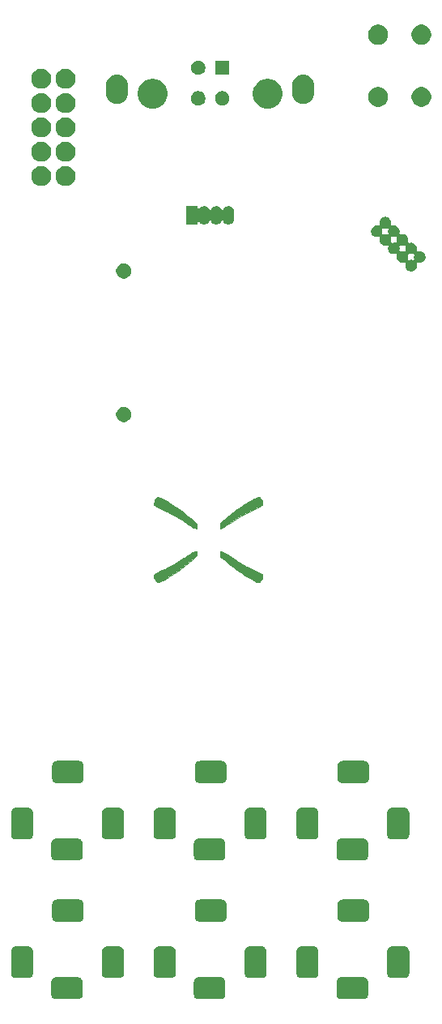
<source format=gbr>
G04 #@! TF.GenerationSoftware,KiCad,Pcbnew,(5.1.2)-2*
G04 #@! TF.CreationDate,2019-12-19T20:27:40-08:00*
G04 #@! TF.ProjectId,mainboard,6d61696e-626f-4617-9264-2e6b69636164,v3*
G04 #@! TF.SameCoordinates,Original*
G04 #@! TF.FileFunction,Soldermask,Bot*
G04 #@! TF.FilePolarity,Negative*
%FSLAX46Y46*%
G04 Gerber Fmt 4.6, Leading zero omitted, Abs format (unit mm)*
G04 Created by KiCad (PCBNEW (5.1.2)-2) date 2019-12-19 20:27:40*
%MOMM*%
%LPD*%
G04 APERTURE LIST*
%ADD10C,0.010000*%
%ADD11C,0.100000*%
G04 APERTURE END LIST*
D10*
G36*
X129698004Y-100619894D02*
G01*
X129615624Y-100682231D01*
X129584325Y-100721537D01*
X129498945Y-100870255D01*
X129426369Y-101046819D01*
X129380152Y-101214488D01*
X129370666Y-101300625D01*
X129378546Y-101348896D01*
X129407504Y-101397528D01*
X129465516Y-101451322D01*
X129560560Y-101515080D01*
X129700610Y-101593602D01*
X129893646Y-101691690D01*
X130147642Y-101814144D01*
X130470576Y-101965766D01*
X130493546Y-101976467D01*
X130785513Y-102113112D01*
X131029741Y-102229881D01*
X131240666Y-102335023D01*
X131432720Y-102436791D01*
X131620338Y-102543435D01*
X131817955Y-102663207D01*
X132040003Y-102804358D01*
X132300918Y-102975138D01*
X132615133Y-103183800D01*
X132672666Y-103222152D01*
X132967045Y-103416588D01*
X133201269Y-103566681D01*
X133384000Y-103677413D01*
X133523897Y-103753766D01*
X133629622Y-103800723D01*
X133709834Y-103823266D01*
X133720416Y-103824878D01*
X133900333Y-103848944D01*
X133900333Y-103349470D01*
X133360583Y-102900207D01*
X132884174Y-102513981D01*
X132400685Y-102141459D01*
X131921731Y-101790751D01*
X131458922Y-101469969D01*
X131023873Y-101187223D01*
X130628195Y-100950625D01*
X130369296Y-100810900D01*
X130126531Y-100694400D01*
X129941620Y-100624631D01*
X129802723Y-100600245D01*
X129698004Y-100619894D01*
X129698004Y-100619894D01*
G37*
X129698004Y-100619894D02*
X129615624Y-100682231D01*
X129584325Y-100721537D01*
X129498945Y-100870255D01*
X129426369Y-101046819D01*
X129380152Y-101214488D01*
X129370666Y-101300625D01*
X129378546Y-101348896D01*
X129407504Y-101397528D01*
X129465516Y-101451322D01*
X129560560Y-101515080D01*
X129700610Y-101593602D01*
X129893646Y-101691690D01*
X130147642Y-101814144D01*
X130470576Y-101965766D01*
X130493546Y-101976467D01*
X130785513Y-102113112D01*
X131029741Y-102229881D01*
X131240666Y-102335023D01*
X131432720Y-102436791D01*
X131620338Y-102543435D01*
X131817955Y-102663207D01*
X132040003Y-102804358D01*
X132300918Y-102975138D01*
X132615133Y-103183800D01*
X132672666Y-103222152D01*
X132967045Y-103416588D01*
X133201269Y-103566681D01*
X133384000Y-103677413D01*
X133523897Y-103753766D01*
X133629622Y-103800723D01*
X133709834Y-103823266D01*
X133720416Y-103824878D01*
X133900333Y-103848944D01*
X133900333Y-103349470D01*
X133360583Y-102900207D01*
X132884174Y-102513981D01*
X132400685Y-102141459D01*
X131921731Y-101790751D01*
X131458922Y-101469969D01*
X131023873Y-101187223D01*
X130628195Y-100950625D01*
X130369296Y-100810900D01*
X130126531Y-100694400D01*
X129941620Y-100624631D01*
X129802723Y-100600245D01*
X129698004Y-100619894D01*
G36*
X140282747Y-100610229D02*
G01*
X140280190Y-100610571D01*
X140103643Y-100657518D01*
X139870791Y-100756128D01*
X139588622Y-100901829D01*
X139264126Y-101090052D01*
X138904291Y-101316225D01*
X138516107Y-101575777D01*
X138106562Y-101864136D01*
X137682647Y-102176733D01*
X137251348Y-102508995D01*
X136819656Y-102856353D01*
X136718406Y-102940095D01*
X136340312Y-103254496D01*
X136334219Y-103555748D01*
X136334365Y-103702106D01*
X136340422Y-103807445D01*
X136351112Y-103851081D01*
X136352479Y-103851235D01*
X136408866Y-103839679D01*
X136478113Y-103826334D01*
X136539794Y-103798186D01*
X136660856Y-103728881D01*
X136830745Y-103624986D01*
X137038907Y-103493069D01*
X137274790Y-103339697D01*
X137494113Y-103194076D01*
X137770598Y-103010713D01*
X138023600Y-102848003D01*
X138265686Y-102699016D01*
X138509420Y-102556819D01*
X138767367Y-102414479D01*
X139052094Y-102265065D01*
X139376164Y-102101645D01*
X139752143Y-101917287D01*
X140192596Y-101705060D01*
X140196969Y-101702965D01*
X140383562Y-101610897D01*
X140543934Y-101526769D01*
X140661444Y-101459653D01*
X140719452Y-101418623D01*
X140720344Y-101417599D01*
X140750249Y-101323292D01*
X140739640Y-101180576D01*
X140693470Y-101012465D01*
X140616692Y-100841972D01*
X140584832Y-100788079D01*
X140509130Y-100674163D01*
X140451257Y-100616867D01*
X140384650Y-100600714D01*
X140282747Y-100610229D01*
X140282747Y-100610229D01*
G37*
X140282747Y-100610229D02*
X140280190Y-100610571D01*
X140103643Y-100657518D01*
X139870791Y-100756128D01*
X139588622Y-100901829D01*
X139264126Y-101090052D01*
X138904291Y-101316225D01*
X138516107Y-101575777D01*
X138106562Y-101864136D01*
X137682647Y-102176733D01*
X137251348Y-102508995D01*
X136819656Y-102856353D01*
X136718406Y-102940095D01*
X136340312Y-103254496D01*
X136334219Y-103555748D01*
X136334365Y-103702106D01*
X136340422Y-103807445D01*
X136351112Y-103851081D01*
X136352479Y-103851235D01*
X136408866Y-103839679D01*
X136478113Y-103826334D01*
X136539794Y-103798186D01*
X136660856Y-103728881D01*
X136830745Y-103624986D01*
X137038907Y-103493069D01*
X137274790Y-103339697D01*
X137494113Y-103194076D01*
X137770598Y-103010713D01*
X138023600Y-102848003D01*
X138265686Y-102699016D01*
X138509420Y-102556819D01*
X138767367Y-102414479D01*
X139052094Y-102265065D01*
X139376164Y-102101645D01*
X139752143Y-101917287D01*
X140192596Y-101705060D01*
X140196969Y-101702965D01*
X140383562Y-101610897D01*
X140543934Y-101526769D01*
X140661444Y-101459653D01*
X140719452Y-101418623D01*
X140720344Y-101417599D01*
X140750249Y-101323292D01*
X140739640Y-101180576D01*
X140693470Y-101012465D01*
X140616692Y-100841972D01*
X140584832Y-100788079D01*
X140509130Y-100674163D01*
X140451257Y-100616867D01*
X140384650Y-100600714D01*
X140282747Y-100610229D01*
G36*
X133699250Y-106269889D02*
G01*
X133626139Y-106285442D01*
X133540229Y-106316841D01*
X133432324Y-106369350D01*
X133293229Y-106448229D01*
X133113750Y-106558741D01*
X132884691Y-106706148D01*
X132596856Y-106895713D01*
X132541538Y-106932430D01*
X132263864Y-107114191D01*
X131985912Y-107291240D01*
X131722343Y-107454599D01*
X131487817Y-107595287D01*
X131296998Y-107704325D01*
X131186871Y-107762143D01*
X131012318Y-107847040D01*
X130784044Y-107957666D01*
X130524648Y-108083092D01*
X130256726Y-108212389D01*
X130079750Y-108297641D01*
X129831272Y-108417621D01*
X129648917Y-108507886D01*
X129522473Y-108575352D01*
X129441731Y-108626937D01*
X129396481Y-108669557D01*
X129376513Y-108710129D01*
X129371617Y-108755570D01*
X129371596Y-108777379D01*
X129394466Y-108929098D01*
X129453292Y-109093864D01*
X129536192Y-109251608D01*
X129631280Y-109382259D01*
X129726673Y-109465747D01*
X129790796Y-109485353D01*
X129868050Y-109469378D01*
X129987959Y-109431122D01*
X130052052Y-109407257D01*
X130316737Y-109287408D01*
X130634141Y-109116121D01*
X130995035Y-108899676D01*
X131390193Y-108644349D01*
X131810387Y-108356419D01*
X132246388Y-108042164D01*
X132688969Y-107707861D01*
X133128902Y-107359789D01*
X133445250Y-107098784D01*
X133900333Y-106716240D01*
X133900333Y-106242846D01*
X133699250Y-106269889D01*
X133699250Y-106269889D01*
G37*
X133699250Y-106269889D02*
X133626139Y-106285442D01*
X133540229Y-106316841D01*
X133432324Y-106369350D01*
X133293229Y-106448229D01*
X133113750Y-106558741D01*
X132884691Y-106706148D01*
X132596856Y-106895713D01*
X132541538Y-106932430D01*
X132263864Y-107114191D01*
X131985912Y-107291240D01*
X131722343Y-107454599D01*
X131487817Y-107595287D01*
X131296998Y-107704325D01*
X131186871Y-107762143D01*
X131012318Y-107847040D01*
X130784044Y-107957666D01*
X130524648Y-108083092D01*
X130256726Y-108212389D01*
X130079750Y-108297641D01*
X129831272Y-108417621D01*
X129648917Y-108507886D01*
X129522473Y-108575352D01*
X129441731Y-108626937D01*
X129396481Y-108669557D01*
X129376513Y-108710129D01*
X129371617Y-108755570D01*
X129371596Y-108777379D01*
X129394466Y-108929098D01*
X129453292Y-109093864D01*
X129536192Y-109251608D01*
X129631280Y-109382259D01*
X129726673Y-109465747D01*
X129790796Y-109485353D01*
X129868050Y-109469378D01*
X129987959Y-109431122D01*
X130052052Y-109407257D01*
X130316737Y-109287408D01*
X130634141Y-109116121D01*
X130995035Y-108899676D01*
X131390193Y-108644349D01*
X131810387Y-108356419D01*
X132246388Y-108042164D01*
X132688969Y-107707861D01*
X133128902Y-107359789D01*
X133445250Y-107098784D01*
X133900333Y-106716240D01*
X133900333Y-106242846D01*
X133699250Y-106269889D01*
G36*
X136332228Y-106526930D02*
G01*
X136334500Y-106808509D01*
X136800166Y-107193856D01*
X137258564Y-107563854D01*
X137723208Y-107921331D01*
X138182928Y-108258498D01*
X138626552Y-108567570D01*
X139042909Y-108840760D01*
X139420826Y-109070282D01*
X139744436Y-109245999D01*
X139975895Y-109358616D01*
X140147663Y-109431541D01*
X140273570Y-109467063D01*
X140367448Y-109467474D01*
X140443130Y-109435066D01*
X140513272Y-109373361D01*
X140623009Y-109216876D01*
X140709152Y-109017999D01*
X140754937Y-108818730D01*
X140758333Y-108759349D01*
X140754925Y-108713912D01*
X140737858Y-108673642D01*
X140696871Y-108631845D01*
X140621703Y-108581829D01*
X140502091Y-108516899D01*
X140327775Y-108430361D01*
X140088491Y-108315523D01*
X140049250Y-108296819D01*
X139663869Y-108112555D01*
X139341846Y-107956488D01*
X139069745Y-107821153D01*
X138834132Y-107699088D01*
X138621574Y-107582829D01*
X138418636Y-107464912D01*
X138211885Y-107337874D01*
X137987886Y-107194251D01*
X137733205Y-107026581D01*
X137583333Y-106926842D01*
X137236136Y-106698475D01*
X136950609Y-106517543D01*
X136728245Y-106384938D01*
X136570536Y-106301549D01*
X136480394Y-106268473D01*
X136329955Y-106245350D01*
X136332228Y-106526930D01*
X136332228Y-106526930D01*
G37*
X136332228Y-106526930D02*
X136334500Y-106808509D01*
X136800166Y-107193856D01*
X137258564Y-107563854D01*
X137723208Y-107921331D01*
X138182928Y-108258498D01*
X138626552Y-108567570D01*
X139042909Y-108840760D01*
X139420826Y-109070282D01*
X139744436Y-109245999D01*
X139975895Y-109358616D01*
X140147663Y-109431541D01*
X140273570Y-109467063D01*
X140367448Y-109467474D01*
X140443130Y-109435066D01*
X140513272Y-109373361D01*
X140623009Y-109216876D01*
X140709152Y-109017999D01*
X140754937Y-108818730D01*
X140758333Y-108759349D01*
X140754925Y-108713912D01*
X140737858Y-108673642D01*
X140696871Y-108631845D01*
X140621703Y-108581829D01*
X140502091Y-108516899D01*
X140327775Y-108430361D01*
X140088491Y-108315523D01*
X140049250Y-108296819D01*
X139663869Y-108112555D01*
X139341846Y-107956488D01*
X139069745Y-107821153D01*
X138834132Y-107699088D01*
X138621574Y-107582829D01*
X138418636Y-107464912D01*
X138211885Y-107337874D01*
X137987886Y-107194251D01*
X137733205Y-107026581D01*
X137583333Y-106926842D01*
X137236136Y-106698475D01*
X136950609Y-106517543D01*
X136728245Y-106384938D01*
X136570536Y-106301549D01*
X136480394Y-106268473D01*
X136329955Y-106245350D01*
X136332228Y-106526930D01*
D11*
G36*
X151378961Y-150723450D02*
G01*
X151475088Y-150752610D01*
X151563670Y-150799958D01*
X151641318Y-150863682D01*
X151705042Y-150941330D01*
X151752390Y-151029912D01*
X151781550Y-151126039D01*
X151792000Y-151232140D01*
X151792000Y-152495860D01*
X151781550Y-152601961D01*
X151752390Y-152698088D01*
X151705042Y-152786670D01*
X151641318Y-152864318D01*
X151563670Y-152928042D01*
X151475088Y-152975390D01*
X151378961Y-153004550D01*
X151272860Y-153015000D01*
X149009140Y-153015000D01*
X148903039Y-153004550D01*
X148806912Y-152975390D01*
X148718330Y-152928042D01*
X148640682Y-152864318D01*
X148576958Y-152786670D01*
X148529610Y-152698088D01*
X148500450Y-152601961D01*
X148490000Y-152495860D01*
X148490000Y-151232140D01*
X148500450Y-151126039D01*
X148529610Y-151029912D01*
X148576958Y-150941330D01*
X148640682Y-150863682D01*
X148718330Y-150799958D01*
X148806912Y-150752610D01*
X148903039Y-150723450D01*
X149009140Y-150713000D01*
X151272860Y-150713000D01*
X151378961Y-150723450D01*
X151378961Y-150723450D01*
G37*
G36*
X121533961Y-150723450D02*
G01*
X121630088Y-150752610D01*
X121718670Y-150799958D01*
X121796318Y-150863682D01*
X121860042Y-150941330D01*
X121907390Y-151029912D01*
X121936550Y-151126039D01*
X121947000Y-151232140D01*
X121947000Y-152495860D01*
X121936550Y-152601961D01*
X121907390Y-152698088D01*
X121860042Y-152786670D01*
X121796318Y-152864318D01*
X121718670Y-152928042D01*
X121630088Y-152975390D01*
X121533961Y-153004550D01*
X121427860Y-153015000D01*
X119164140Y-153015000D01*
X119058039Y-153004550D01*
X118961912Y-152975390D01*
X118873330Y-152928042D01*
X118795682Y-152864318D01*
X118731958Y-152786670D01*
X118684610Y-152698088D01*
X118655450Y-152601961D01*
X118645000Y-152495860D01*
X118645000Y-151232140D01*
X118655450Y-151126039D01*
X118684610Y-151029912D01*
X118731958Y-150941330D01*
X118795682Y-150863682D01*
X118873330Y-150799958D01*
X118961912Y-150752610D01*
X119058039Y-150723450D01*
X119164140Y-150713000D01*
X121427860Y-150713000D01*
X121533961Y-150723450D01*
X121533961Y-150723450D01*
G37*
G36*
X136456461Y-150723450D02*
G01*
X136552588Y-150752610D01*
X136641170Y-150799958D01*
X136718818Y-150863682D01*
X136782542Y-150941330D01*
X136829890Y-151029912D01*
X136859050Y-151126039D01*
X136869500Y-151232140D01*
X136869500Y-152495860D01*
X136859050Y-152601961D01*
X136829890Y-152698088D01*
X136782542Y-152786670D01*
X136718818Y-152864318D01*
X136641170Y-152928042D01*
X136552588Y-152975390D01*
X136456461Y-153004550D01*
X136350360Y-153015000D01*
X134086640Y-153015000D01*
X133980539Y-153004550D01*
X133884412Y-152975390D01*
X133795830Y-152928042D01*
X133718182Y-152864318D01*
X133654458Y-152786670D01*
X133607110Y-152698088D01*
X133577950Y-152601961D01*
X133567500Y-152495860D01*
X133567500Y-151232140D01*
X133577950Y-151126039D01*
X133607110Y-151029912D01*
X133654458Y-150941330D01*
X133718182Y-150863682D01*
X133795830Y-150799958D01*
X133884412Y-150752610D01*
X133980539Y-150723450D01*
X134086640Y-150713000D01*
X136350360Y-150713000D01*
X136456461Y-150723450D01*
X136456461Y-150723450D01*
G37*
G36*
X131256461Y-147523450D02*
G01*
X131352588Y-147552610D01*
X131441170Y-147599958D01*
X131518818Y-147663682D01*
X131582542Y-147741330D01*
X131629890Y-147829912D01*
X131659050Y-147926039D01*
X131669500Y-148032140D01*
X131669500Y-150295860D01*
X131659050Y-150401961D01*
X131629890Y-150498088D01*
X131582542Y-150586670D01*
X131518818Y-150664318D01*
X131441170Y-150728042D01*
X131352588Y-150775390D01*
X131256461Y-150804550D01*
X131150360Y-150815000D01*
X129886640Y-150815000D01*
X129780539Y-150804550D01*
X129684412Y-150775390D01*
X129595830Y-150728042D01*
X129518182Y-150664318D01*
X129454458Y-150586670D01*
X129407110Y-150498088D01*
X129377950Y-150401961D01*
X129367500Y-150295860D01*
X129367500Y-148032140D01*
X129377950Y-147926039D01*
X129407110Y-147829912D01*
X129454458Y-147741330D01*
X129518182Y-147663682D01*
X129595830Y-147599958D01*
X129684412Y-147552610D01*
X129780539Y-147523450D01*
X129886640Y-147513000D01*
X131150360Y-147513000D01*
X131256461Y-147523450D01*
X131256461Y-147523450D01*
G37*
G36*
X146178961Y-147523450D02*
G01*
X146275088Y-147552610D01*
X146363670Y-147599958D01*
X146441318Y-147663682D01*
X146505042Y-147741330D01*
X146552390Y-147829912D01*
X146581550Y-147926039D01*
X146592000Y-148032140D01*
X146592000Y-150295860D01*
X146581550Y-150401961D01*
X146552390Y-150498088D01*
X146505042Y-150586670D01*
X146441318Y-150664318D01*
X146363670Y-150728042D01*
X146275088Y-150775390D01*
X146178961Y-150804550D01*
X146072860Y-150815000D01*
X144809140Y-150815000D01*
X144703039Y-150804550D01*
X144606912Y-150775390D01*
X144518330Y-150728042D01*
X144440682Y-150664318D01*
X144376958Y-150586670D01*
X144329610Y-150498088D01*
X144300450Y-150401961D01*
X144290000Y-150295860D01*
X144290000Y-148032140D01*
X144300450Y-147926039D01*
X144329610Y-147829912D01*
X144376958Y-147741330D01*
X144440682Y-147663682D01*
X144518330Y-147599958D01*
X144606912Y-147552610D01*
X144703039Y-147523450D01*
X144809140Y-147513000D01*
X146072860Y-147513000D01*
X146178961Y-147523450D01*
X146178961Y-147523450D01*
G37*
G36*
X125833961Y-147523450D02*
G01*
X125930088Y-147552610D01*
X126018670Y-147599958D01*
X126096318Y-147663682D01*
X126160042Y-147741330D01*
X126207390Y-147829912D01*
X126236550Y-147926039D01*
X126247000Y-148032140D01*
X126247000Y-150295860D01*
X126236550Y-150401961D01*
X126207390Y-150498088D01*
X126160042Y-150586670D01*
X126096318Y-150664318D01*
X126018670Y-150728042D01*
X125930088Y-150775390D01*
X125833961Y-150804550D01*
X125727860Y-150815000D01*
X124464140Y-150815000D01*
X124358039Y-150804550D01*
X124261912Y-150775390D01*
X124173330Y-150728042D01*
X124095682Y-150664318D01*
X124031958Y-150586670D01*
X123984610Y-150498088D01*
X123955450Y-150401961D01*
X123945000Y-150295860D01*
X123945000Y-148032140D01*
X123955450Y-147926039D01*
X123984610Y-147829912D01*
X124031958Y-147741330D01*
X124095682Y-147663682D01*
X124173330Y-147599958D01*
X124261912Y-147552610D01*
X124358039Y-147523450D01*
X124464140Y-147513000D01*
X125727860Y-147513000D01*
X125833961Y-147523450D01*
X125833961Y-147523450D01*
G37*
G36*
X116333961Y-147523450D02*
G01*
X116430088Y-147552610D01*
X116518670Y-147599958D01*
X116596318Y-147663682D01*
X116660042Y-147741330D01*
X116707390Y-147829912D01*
X116736550Y-147926039D01*
X116747000Y-148032140D01*
X116747000Y-150295860D01*
X116736550Y-150401961D01*
X116707390Y-150498088D01*
X116660042Y-150586670D01*
X116596318Y-150664318D01*
X116518670Y-150728042D01*
X116430088Y-150775390D01*
X116333961Y-150804550D01*
X116227860Y-150815000D01*
X114964140Y-150815000D01*
X114858039Y-150804550D01*
X114761912Y-150775390D01*
X114673330Y-150728042D01*
X114595682Y-150664318D01*
X114531958Y-150586670D01*
X114484610Y-150498088D01*
X114455450Y-150401961D01*
X114445000Y-150295860D01*
X114445000Y-148032140D01*
X114455450Y-147926039D01*
X114484610Y-147829912D01*
X114531958Y-147741330D01*
X114595682Y-147663682D01*
X114673330Y-147599958D01*
X114761912Y-147552610D01*
X114858039Y-147523450D01*
X114964140Y-147513000D01*
X116227860Y-147513000D01*
X116333961Y-147523450D01*
X116333961Y-147523450D01*
G37*
G36*
X140756461Y-147523450D02*
G01*
X140852588Y-147552610D01*
X140941170Y-147599958D01*
X141018818Y-147663682D01*
X141082542Y-147741330D01*
X141129890Y-147829912D01*
X141159050Y-147926039D01*
X141169500Y-148032140D01*
X141169500Y-150295860D01*
X141159050Y-150401961D01*
X141129890Y-150498088D01*
X141082542Y-150586670D01*
X141018818Y-150664318D01*
X140941170Y-150728042D01*
X140852588Y-150775390D01*
X140756461Y-150804550D01*
X140650360Y-150815000D01*
X139386640Y-150815000D01*
X139280539Y-150804550D01*
X139184412Y-150775390D01*
X139095830Y-150728042D01*
X139018182Y-150664318D01*
X138954458Y-150586670D01*
X138907110Y-150498088D01*
X138877950Y-150401961D01*
X138867500Y-150295860D01*
X138867500Y-148032140D01*
X138877950Y-147926039D01*
X138907110Y-147829912D01*
X138954458Y-147741330D01*
X139018182Y-147663682D01*
X139095830Y-147599958D01*
X139184412Y-147552610D01*
X139280539Y-147523450D01*
X139386640Y-147513000D01*
X140650360Y-147513000D01*
X140756461Y-147523450D01*
X140756461Y-147523450D01*
G37*
G36*
X155678961Y-147523450D02*
G01*
X155775088Y-147552610D01*
X155863670Y-147599958D01*
X155941318Y-147663682D01*
X156005042Y-147741330D01*
X156052390Y-147829912D01*
X156081550Y-147926039D01*
X156092000Y-148032140D01*
X156092000Y-150295860D01*
X156081550Y-150401961D01*
X156052390Y-150498088D01*
X156005042Y-150586670D01*
X155941318Y-150664318D01*
X155863670Y-150728042D01*
X155775088Y-150775390D01*
X155678961Y-150804550D01*
X155572860Y-150815000D01*
X154309140Y-150815000D01*
X154203039Y-150804550D01*
X154106912Y-150775390D01*
X154018330Y-150728042D01*
X153940682Y-150664318D01*
X153876958Y-150586670D01*
X153829610Y-150498088D01*
X153800450Y-150401961D01*
X153790000Y-150295860D01*
X153790000Y-148032140D01*
X153800450Y-147926039D01*
X153829610Y-147829912D01*
X153876958Y-147741330D01*
X153940682Y-147663682D01*
X154018330Y-147599958D01*
X154106912Y-147552610D01*
X154203039Y-147523450D01*
X154309140Y-147513000D01*
X155572860Y-147513000D01*
X155678961Y-147523450D01*
X155678961Y-147523450D01*
G37*
G36*
X151478961Y-142623450D02*
G01*
X151575088Y-142652610D01*
X151663670Y-142699958D01*
X151741318Y-142763682D01*
X151805042Y-142841330D01*
X151852390Y-142929912D01*
X151881550Y-143026039D01*
X151892000Y-143132140D01*
X151892000Y-144395860D01*
X151881550Y-144501961D01*
X151852390Y-144598088D01*
X151805042Y-144686670D01*
X151741318Y-144764318D01*
X151663670Y-144828042D01*
X151575088Y-144875390D01*
X151478961Y-144904550D01*
X151372860Y-144915000D01*
X149109140Y-144915000D01*
X149003039Y-144904550D01*
X148906912Y-144875390D01*
X148818330Y-144828042D01*
X148740682Y-144764318D01*
X148676958Y-144686670D01*
X148629610Y-144598088D01*
X148600450Y-144501961D01*
X148590000Y-144395860D01*
X148590000Y-143132140D01*
X148600450Y-143026039D01*
X148629610Y-142929912D01*
X148676958Y-142841330D01*
X148740682Y-142763682D01*
X148818330Y-142699958D01*
X148906912Y-142652610D01*
X149003039Y-142623450D01*
X149109140Y-142613000D01*
X151372860Y-142613000D01*
X151478961Y-142623450D01*
X151478961Y-142623450D01*
G37*
G36*
X121633961Y-142623450D02*
G01*
X121730088Y-142652610D01*
X121818670Y-142699958D01*
X121896318Y-142763682D01*
X121960042Y-142841330D01*
X122007390Y-142929912D01*
X122036550Y-143026039D01*
X122047000Y-143132140D01*
X122047000Y-144395860D01*
X122036550Y-144501961D01*
X122007390Y-144598088D01*
X121960042Y-144686670D01*
X121896318Y-144764318D01*
X121818670Y-144828042D01*
X121730088Y-144875390D01*
X121633961Y-144904550D01*
X121527860Y-144915000D01*
X119264140Y-144915000D01*
X119158039Y-144904550D01*
X119061912Y-144875390D01*
X118973330Y-144828042D01*
X118895682Y-144764318D01*
X118831958Y-144686670D01*
X118784610Y-144598088D01*
X118755450Y-144501961D01*
X118745000Y-144395860D01*
X118745000Y-143132140D01*
X118755450Y-143026039D01*
X118784610Y-142929912D01*
X118831958Y-142841330D01*
X118895682Y-142763682D01*
X118973330Y-142699958D01*
X119061912Y-142652610D01*
X119158039Y-142623450D01*
X119264140Y-142613000D01*
X121527860Y-142613000D01*
X121633961Y-142623450D01*
X121633961Y-142623450D01*
G37*
G36*
X136556461Y-142623450D02*
G01*
X136652588Y-142652610D01*
X136741170Y-142699958D01*
X136818818Y-142763682D01*
X136882542Y-142841330D01*
X136929890Y-142929912D01*
X136959050Y-143026039D01*
X136969500Y-143132140D01*
X136969500Y-144395860D01*
X136959050Y-144501961D01*
X136929890Y-144598088D01*
X136882542Y-144686670D01*
X136818818Y-144764318D01*
X136741170Y-144828042D01*
X136652588Y-144875390D01*
X136556461Y-144904550D01*
X136450360Y-144915000D01*
X134186640Y-144915000D01*
X134080539Y-144904550D01*
X133984412Y-144875390D01*
X133895830Y-144828042D01*
X133818182Y-144764318D01*
X133754458Y-144686670D01*
X133707110Y-144598088D01*
X133677950Y-144501961D01*
X133667500Y-144395860D01*
X133667500Y-143132140D01*
X133677950Y-143026039D01*
X133707110Y-142929912D01*
X133754458Y-142841330D01*
X133818182Y-142763682D01*
X133895830Y-142699958D01*
X133984412Y-142652610D01*
X134080539Y-142623450D01*
X134186640Y-142613000D01*
X136450360Y-142613000D01*
X136556461Y-142623450D01*
X136556461Y-142623450D01*
G37*
G36*
X121533961Y-136245450D02*
G01*
X121630088Y-136274610D01*
X121718670Y-136321958D01*
X121796318Y-136385682D01*
X121860042Y-136463330D01*
X121907390Y-136551912D01*
X121936550Y-136648039D01*
X121947000Y-136754140D01*
X121947000Y-138017860D01*
X121936550Y-138123961D01*
X121907390Y-138220088D01*
X121860042Y-138308670D01*
X121796318Y-138386318D01*
X121718670Y-138450042D01*
X121630088Y-138497390D01*
X121533961Y-138526550D01*
X121427860Y-138537000D01*
X119164140Y-138537000D01*
X119058039Y-138526550D01*
X118961912Y-138497390D01*
X118873330Y-138450042D01*
X118795682Y-138386318D01*
X118731958Y-138308670D01*
X118684610Y-138220088D01*
X118655450Y-138123961D01*
X118645000Y-138017860D01*
X118645000Y-136754140D01*
X118655450Y-136648039D01*
X118684610Y-136551912D01*
X118731958Y-136463330D01*
X118795682Y-136385682D01*
X118873330Y-136321958D01*
X118961912Y-136274610D01*
X119058039Y-136245450D01*
X119164140Y-136235000D01*
X121427860Y-136235000D01*
X121533961Y-136245450D01*
X121533961Y-136245450D01*
G37*
G36*
X136456461Y-136245450D02*
G01*
X136552588Y-136274610D01*
X136641170Y-136321958D01*
X136718818Y-136385682D01*
X136782542Y-136463330D01*
X136829890Y-136551912D01*
X136859050Y-136648039D01*
X136869500Y-136754140D01*
X136869500Y-138017860D01*
X136859050Y-138123961D01*
X136829890Y-138220088D01*
X136782542Y-138308670D01*
X136718818Y-138386318D01*
X136641170Y-138450042D01*
X136552588Y-138497390D01*
X136456461Y-138526550D01*
X136350360Y-138537000D01*
X134086640Y-138537000D01*
X133980539Y-138526550D01*
X133884412Y-138497390D01*
X133795830Y-138450042D01*
X133718182Y-138386318D01*
X133654458Y-138308670D01*
X133607110Y-138220088D01*
X133577950Y-138123961D01*
X133567500Y-138017860D01*
X133567500Y-136754140D01*
X133577950Y-136648039D01*
X133607110Y-136551912D01*
X133654458Y-136463330D01*
X133718182Y-136385682D01*
X133795830Y-136321958D01*
X133884412Y-136274610D01*
X133980539Y-136245450D01*
X134086640Y-136235000D01*
X136350360Y-136235000D01*
X136456461Y-136245450D01*
X136456461Y-136245450D01*
G37*
G36*
X151378961Y-136245450D02*
G01*
X151475088Y-136274610D01*
X151563670Y-136321958D01*
X151641318Y-136385682D01*
X151705042Y-136463330D01*
X151752390Y-136551912D01*
X151781550Y-136648039D01*
X151792000Y-136754140D01*
X151792000Y-138017860D01*
X151781550Y-138123961D01*
X151752390Y-138220088D01*
X151705042Y-138308670D01*
X151641318Y-138386318D01*
X151563670Y-138450042D01*
X151475088Y-138497390D01*
X151378961Y-138526550D01*
X151272860Y-138537000D01*
X149009140Y-138537000D01*
X148903039Y-138526550D01*
X148806912Y-138497390D01*
X148718330Y-138450042D01*
X148640682Y-138386318D01*
X148576958Y-138308670D01*
X148529610Y-138220088D01*
X148500450Y-138123961D01*
X148490000Y-138017860D01*
X148490000Y-136754140D01*
X148500450Y-136648039D01*
X148529610Y-136551912D01*
X148576958Y-136463330D01*
X148640682Y-136385682D01*
X148718330Y-136321958D01*
X148806912Y-136274610D01*
X148903039Y-136245450D01*
X149009140Y-136235000D01*
X151272860Y-136235000D01*
X151378961Y-136245450D01*
X151378961Y-136245450D01*
G37*
G36*
X140756461Y-133045450D02*
G01*
X140852588Y-133074610D01*
X140941170Y-133121958D01*
X141018818Y-133185682D01*
X141082542Y-133263330D01*
X141129890Y-133351912D01*
X141159050Y-133448039D01*
X141169500Y-133554140D01*
X141169500Y-135817860D01*
X141159050Y-135923961D01*
X141129890Y-136020088D01*
X141082542Y-136108670D01*
X141018818Y-136186318D01*
X140941170Y-136250042D01*
X140852588Y-136297390D01*
X140756461Y-136326550D01*
X140650360Y-136337000D01*
X139386640Y-136337000D01*
X139280539Y-136326550D01*
X139184412Y-136297390D01*
X139095830Y-136250042D01*
X139018182Y-136186318D01*
X138954458Y-136108670D01*
X138907110Y-136020088D01*
X138877950Y-135923961D01*
X138867500Y-135817860D01*
X138867500Y-133554140D01*
X138877950Y-133448039D01*
X138907110Y-133351912D01*
X138954458Y-133263330D01*
X139018182Y-133185682D01*
X139095830Y-133121958D01*
X139184412Y-133074610D01*
X139280539Y-133045450D01*
X139386640Y-133035000D01*
X140650360Y-133035000D01*
X140756461Y-133045450D01*
X140756461Y-133045450D01*
G37*
G36*
X125833961Y-133045450D02*
G01*
X125930088Y-133074610D01*
X126018670Y-133121958D01*
X126096318Y-133185682D01*
X126160042Y-133263330D01*
X126207390Y-133351912D01*
X126236550Y-133448039D01*
X126247000Y-133554140D01*
X126247000Y-135817860D01*
X126236550Y-135923961D01*
X126207390Y-136020088D01*
X126160042Y-136108670D01*
X126096318Y-136186318D01*
X126018670Y-136250042D01*
X125930088Y-136297390D01*
X125833961Y-136326550D01*
X125727860Y-136337000D01*
X124464140Y-136337000D01*
X124358039Y-136326550D01*
X124261912Y-136297390D01*
X124173330Y-136250042D01*
X124095682Y-136186318D01*
X124031958Y-136108670D01*
X123984610Y-136020088D01*
X123955450Y-135923961D01*
X123945000Y-135817860D01*
X123945000Y-133554140D01*
X123955450Y-133448039D01*
X123984610Y-133351912D01*
X124031958Y-133263330D01*
X124095682Y-133185682D01*
X124173330Y-133121958D01*
X124261912Y-133074610D01*
X124358039Y-133045450D01*
X124464140Y-133035000D01*
X125727860Y-133035000D01*
X125833961Y-133045450D01*
X125833961Y-133045450D01*
G37*
G36*
X116333961Y-133045450D02*
G01*
X116430088Y-133074610D01*
X116518670Y-133121958D01*
X116596318Y-133185682D01*
X116660042Y-133263330D01*
X116707390Y-133351912D01*
X116736550Y-133448039D01*
X116747000Y-133554140D01*
X116747000Y-135817860D01*
X116736550Y-135923961D01*
X116707390Y-136020088D01*
X116660042Y-136108670D01*
X116596318Y-136186318D01*
X116518670Y-136250042D01*
X116430088Y-136297390D01*
X116333961Y-136326550D01*
X116227860Y-136337000D01*
X114964140Y-136337000D01*
X114858039Y-136326550D01*
X114761912Y-136297390D01*
X114673330Y-136250042D01*
X114595682Y-136186318D01*
X114531958Y-136108670D01*
X114484610Y-136020088D01*
X114455450Y-135923961D01*
X114445000Y-135817860D01*
X114445000Y-133554140D01*
X114455450Y-133448039D01*
X114484610Y-133351912D01*
X114531958Y-133263330D01*
X114595682Y-133185682D01*
X114673330Y-133121958D01*
X114761912Y-133074610D01*
X114858039Y-133045450D01*
X114964140Y-133035000D01*
X116227860Y-133035000D01*
X116333961Y-133045450D01*
X116333961Y-133045450D01*
G37*
G36*
X131256461Y-133045450D02*
G01*
X131352588Y-133074610D01*
X131441170Y-133121958D01*
X131518818Y-133185682D01*
X131582542Y-133263330D01*
X131629890Y-133351912D01*
X131659050Y-133448039D01*
X131669500Y-133554140D01*
X131669500Y-135817860D01*
X131659050Y-135923961D01*
X131629890Y-136020088D01*
X131582542Y-136108670D01*
X131518818Y-136186318D01*
X131441170Y-136250042D01*
X131352588Y-136297390D01*
X131256461Y-136326550D01*
X131150360Y-136337000D01*
X129886640Y-136337000D01*
X129780539Y-136326550D01*
X129684412Y-136297390D01*
X129595830Y-136250042D01*
X129518182Y-136186318D01*
X129454458Y-136108670D01*
X129407110Y-136020088D01*
X129377950Y-135923961D01*
X129367500Y-135817860D01*
X129367500Y-133554140D01*
X129377950Y-133448039D01*
X129407110Y-133351912D01*
X129454458Y-133263330D01*
X129518182Y-133185682D01*
X129595830Y-133121958D01*
X129684412Y-133074610D01*
X129780539Y-133045450D01*
X129886640Y-133035000D01*
X131150360Y-133035000D01*
X131256461Y-133045450D01*
X131256461Y-133045450D01*
G37*
G36*
X146178961Y-133045450D02*
G01*
X146275088Y-133074610D01*
X146363670Y-133121958D01*
X146441318Y-133185682D01*
X146505042Y-133263330D01*
X146552390Y-133351912D01*
X146581550Y-133448039D01*
X146592000Y-133554140D01*
X146592000Y-135817860D01*
X146581550Y-135923961D01*
X146552390Y-136020088D01*
X146505042Y-136108670D01*
X146441318Y-136186318D01*
X146363670Y-136250042D01*
X146275088Y-136297390D01*
X146178961Y-136326550D01*
X146072860Y-136337000D01*
X144809140Y-136337000D01*
X144703039Y-136326550D01*
X144606912Y-136297390D01*
X144518330Y-136250042D01*
X144440682Y-136186318D01*
X144376958Y-136108670D01*
X144329610Y-136020088D01*
X144300450Y-135923961D01*
X144290000Y-135817860D01*
X144290000Y-133554140D01*
X144300450Y-133448039D01*
X144329610Y-133351912D01*
X144376958Y-133263330D01*
X144440682Y-133185682D01*
X144518330Y-133121958D01*
X144606912Y-133074610D01*
X144703039Y-133045450D01*
X144809140Y-133035000D01*
X146072860Y-133035000D01*
X146178961Y-133045450D01*
X146178961Y-133045450D01*
G37*
G36*
X155678961Y-133045450D02*
G01*
X155775088Y-133074610D01*
X155863670Y-133121958D01*
X155941318Y-133185682D01*
X156005042Y-133263330D01*
X156052390Y-133351912D01*
X156081550Y-133448039D01*
X156092000Y-133554140D01*
X156092000Y-135817860D01*
X156081550Y-135923961D01*
X156052390Y-136020088D01*
X156005042Y-136108670D01*
X155941318Y-136186318D01*
X155863670Y-136250042D01*
X155775088Y-136297390D01*
X155678961Y-136326550D01*
X155572860Y-136337000D01*
X154309140Y-136337000D01*
X154203039Y-136326550D01*
X154106912Y-136297390D01*
X154018330Y-136250042D01*
X153940682Y-136186318D01*
X153876958Y-136108670D01*
X153829610Y-136020088D01*
X153800450Y-135923961D01*
X153790000Y-135817860D01*
X153790000Y-133554140D01*
X153800450Y-133448039D01*
X153829610Y-133351912D01*
X153876958Y-133263330D01*
X153940682Y-133185682D01*
X154018330Y-133121958D01*
X154106912Y-133074610D01*
X154203039Y-133045450D01*
X154309140Y-133035000D01*
X155572860Y-133035000D01*
X155678961Y-133045450D01*
X155678961Y-133045450D01*
G37*
G36*
X136556461Y-128145450D02*
G01*
X136652588Y-128174610D01*
X136741170Y-128221958D01*
X136818818Y-128285682D01*
X136882542Y-128363330D01*
X136929890Y-128451912D01*
X136959050Y-128548039D01*
X136969500Y-128654140D01*
X136969500Y-129917860D01*
X136959050Y-130023961D01*
X136929890Y-130120088D01*
X136882542Y-130208670D01*
X136818818Y-130286318D01*
X136741170Y-130350042D01*
X136652588Y-130397390D01*
X136556461Y-130426550D01*
X136450360Y-130437000D01*
X134186640Y-130437000D01*
X134080539Y-130426550D01*
X133984412Y-130397390D01*
X133895830Y-130350042D01*
X133818182Y-130286318D01*
X133754458Y-130208670D01*
X133707110Y-130120088D01*
X133677950Y-130023961D01*
X133667500Y-129917860D01*
X133667500Y-128654140D01*
X133677950Y-128548039D01*
X133707110Y-128451912D01*
X133754458Y-128363330D01*
X133818182Y-128285682D01*
X133895830Y-128221958D01*
X133984412Y-128174610D01*
X134080539Y-128145450D01*
X134186640Y-128135000D01*
X136450360Y-128135000D01*
X136556461Y-128145450D01*
X136556461Y-128145450D01*
G37*
G36*
X151478961Y-128145450D02*
G01*
X151575088Y-128174610D01*
X151663670Y-128221958D01*
X151741318Y-128285682D01*
X151805042Y-128363330D01*
X151852390Y-128451912D01*
X151881550Y-128548039D01*
X151892000Y-128654140D01*
X151892000Y-129917860D01*
X151881550Y-130023961D01*
X151852390Y-130120088D01*
X151805042Y-130208670D01*
X151741318Y-130286318D01*
X151663670Y-130350042D01*
X151575088Y-130397390D01*
X151478961Y-130426550D01*
X151372860Y-130437000D01*
X149109140Y-130437000D01*
X149003039Y-130426550D01*
X148906912Y-130397390D01*
X148818330Y-130350042D01*
X148740682Y-130286318D01*
X148676958Y-130208670D01*
X148629610Y-130120088D01*
X148600450Y-130023961D01*
X148590000Y-129917860D01*
X148590000Y-128654140D01*
X148600450Y-128548039D01*
X148629610Y-128451912D01*
X148676958Y-128363330D01*
X148740682Y-128285682D01*
X148818330Y-128221958D01*
X148906912Y-128174610D01*
X149003039Y-128145450D01*
X149109140Y-128135000D01*
X151372860Y-128135000D01*
X151478961Y-128145450D01*
X151478961Y-128145450D01*
G37*
G36*
X121633961Y-128145450D02*
G01*
X121730088Y-128174610D01*
X121818670Y-128221958D01*
X121896318Y-128285682D01*
X121960042Y-128363330D01*
X122007390Y-128451912D01*
X122036550Y-128548039D01*
X122047000Y-128654140D01*
X122047000Y-129917860D01*
X122036550Y-130023961D01*
X122007390Y-130120088D01*
X121960042Y-130208670D01*
X121896318Y-130286318D01*
X121818670Y-130350042D01*
X121730088Y-130397390D01*
X121633961Y-130426550D01*
X121527860Y-130437000D01*
X119264140Y-130437000D01*
X119158039Y-130426550D01*
X119061912Y-130397390D01*
X118973330Y-130350042D01*
X118895682Y-130286318D01*
X118831958Y-130208670D01*
X118784610Y-130120088D01*
X118755450Y-130023961D01*
X118745000Y-129917860D01*
X118745000Y-128654140D01*
X118755450Y-128548039D01*
X118784610Y-128451912D01*
X118831958Y-128363330D01*
X118895682Y-128285682D01*
X118973330Y-128221958D01*
X119061912Y-128174610D01*
X119158039Y-128145450D01*
X119264140Y-128135000D01*
X121527860Y-128135000D01*
X121633961Y-128145450D01*
X121633961Y-128145450D01*
G37*
G36*
X126471642Y-91177781D02*
G01*
X126617414Y-91238162D01*
X126617416Y-91238163D01*
X126748608Y-91325822D01*
X126860178Y-91437392D01*
X126947837Y-91568584D01*
X126947838Y-91568586D01*
X127008219Y-91714358D01*
X127039000Y-91869107D01*
X127039000Y-92026893D01*
X127008219Y-92181642D01*
X126947838Y-92327414D01*
X126947837Y-92327416D01*
X126860178Y-92458608D01*
X126748608Y-92570178D01*
X126617416Y-92657837D01*
X126617415Y-92657838D01*
X126617414Y-92657838D01*
X126471642Y-92718219D01*
X126316893Y-92749000D01*
X126159107Y-92749000D01*
X126004358Y-92718219D01*
X125858586Y-92657838D01*
X125858585Y-92657838D01*
X125858584Y-92657837D01*
X125727392Y-92570178D01*
X125615822Y-92458608D01*
X125528163Y-92327416D01*
X125528162Y-92327414D01*
X125467781Y-92181642D01*
X125437000Y-92026893D01*
X125437000Y-91869107D01*
X125467781Y-91714358D01*
X125528162Y-91568586D01*
X125528163Y-91568584D01*
X125615822Y-91437392D01*
X125727392Y-91325822D01*
X125858584Y-91238163D01*
X125858586Y-91238162D01*
X126004358Y-91177781D01*
X126159107Y-91147000D01*
X126316893Y-91147000D01*
X126471642Y-91177781D01*
X126471642Y-91177781D01*
G37*
G36*
X126471642Y-76191781D02*
G01*
X126617414Y-76252162D01*
X126617416Y-76252163D01*
X126748608Y-76339822D01*
X126860178Y-76451392D01*
X126947837Y-76582584D01*
X126947838Y-76582586D01*
X127008219Y-76728358D01*
X127039000Y-76883107D01*
X127039000Y-77040893D01*
X127008219Y-77195642D01*
X126947838Y-77341414D01*
X126947837Y-77341416D01*
X126860178Y-77472608D01*
X126748608Y-77584178D01*
X126617416Y-77671837D01*
X126617415Y-77671838D01*
X126617414Y-77671838D01*
X126471642Y-77732219D01*
X126316893Y-77763000D01*
X126159107Y-77763000D01*
X126004358Y-77732219D01*
X125858586Y-77671838D01*
X125858585Y-77671838D01*
X125858584Y-77671837D01*
X125727392Y-77584178D01*
X125615822Y-77472608D01*
X125528163Y-77341416D01*
X125528162Y-77341414D01*
X125467781Y-77195642D01*
X125437000Y-77040893D01*
X125437000Y-76883107D01*
X125467781Y-76728358D01*
X125528162Y-76582586D01*
X125528163Y-76582584D01*
X125615822Y-76451392D01*
X125727392Y-76339822D01*
X125858584Y-76252163D01*
X125858586Y-76252162D01*
X126004358Y-76191781D01*
X126159107Y-76161000D01*
X126316893Y-76161000D01*
X126471642Y-76191781D01*
X126471642Y-76191781D01*
G37*
G36*
X153768183Y-71345311D02*
G01*
X153877505Y-71390593D01*
X153975893Y-71456334D01*
X154059564Y-71540005D01*
X154125305Y-71638393D01*
X154170587Y-71747715D01*
X154193672Y-71863771D01*
X154193672Y-71982101D01*
X154171033Y-72095914D01*
X154168632Y-72120291D01*
X154171034Y-72144677D01*
X154178147Y-72168126D01*
X154189698Y-72189737D01*
X154205243Y-72208679D01*
X154224185Y-72224224D01*
X154245795Y-72235776D01*
X154269244Y-72242889D01*
X154293630Y-72245291D01*
X154318017Y-72242889D01*
X154431821Y-72220252D01*
X154550152Y-72220252D01*
X154666208Y-72243337D01*
X154775530Y-72288619D01*
X154873918Y-72354360D01*
X154957589Y-72438031D01*
X155023330Y-72536419D01*
X155068612Y-72645741D01*
X155068612Y-72645742D01*
X155091697Y-72761798D01*
X155091697Y-72880128D01*
X155069060Y-72993932D01*
X155066658Y-73018318D01*
X155069060Y-73042704D01*
X155076173Y-73066153D01*
X155087724Y-73087764D01*
X155103269Y-73106706D01*
X155122211Y-73122251D01*
X155143822Y-73133802D01*
X155167271Y-73140915D01*
X155191657Y-73143317D01*
X155216035Y-73140916D01*
X155329848Y-73118277D01*
X155448178Y-73118277D01*
X155564234Y-73141362D01*
X155673556Y-73186644D01*
X155771944Y-73252385D01*
X155855615Y-73336056D01*
X155921356Y-73434444D01*
X155966638Y-73543766D01*
X155989723Y-73659822D01*
X155989723Y-73778152D01*
X155967084Y-73891965D01*
X155964683Y-73916342D01*
X155967085Y-73940728D01*
X155974198Y-73964177D01*
X155985749Y-73985788D01*
X156001294Y-74004730D01*
X156020236Y-74020275D01*
X156041846Y-74031827D01*
X156065295Y-74038940D01*
X156089681Y-74041342D01*
X156114068Y-74038940D01*
X156227872Y-74016303D01*
X156346203Y-74016303D01*
X156462259Y-74039388D01*
X156571581Y-74084670D01*
X156669969Y-74150411D01*
X156753640Y-74234082D01*
X156819381Y-74332470D01*
X156864663Y-74441792D01*
X156864663Y-74441793D01*
X156887748Y-74557849D01*
X156887748Y-74676179D01*
X156865111Y-74789983D01*
X156862709Y-74814369D01*
X156865111Y-74838755D01*
X156872224Y-74862204D01*
X156883775Y-74883815D01*
X156899320Y-74902757D01*
X156918262Y-74918302D01*
X156939873Y-74929853D01*
X156963322Y-74936966D01*
X156987708Y-74939368D01*
X157012086Y-74936967D01*
X157125899Y-74914328D01*
X157244229Y-74914328D01*
X157360285Y-74937413D01*
X157469607Y-74982695D01*
X157567995Y-75048436D01*
X157651666Y-75132107D01*
X157717407Y-75230495D01*
X157762689Y-75339817D01*
X157785774Y-75455873D01*
X157785774Y-75574203D01*
X157762689Y-75690259D01*
X157717407Y-75799581D01*
X157651666Y-75897969D01*
X157567995Y-75981640D01*
X157469607Y-76047381D01*
X157360285Y-76092663D01*
X157244229Y-76115748D01*
X157125899Y-76115748D01*
X157012087Y-76093109D01*
X156987708Y-76090708D01*
X156963322Y-76093110D01*
X156939873Y-76100223D01*
X156918262Y-76111774D01*
X156899320Y-76127319D01*
X156883775Y-76146261D01*
X156872223Y-76167871D01*
X156865110Y-76191320D01*
X156862708Y-76215706D01*
X156865109Y-76240087D01*
X156887748Y-76353899D01*
X156887748Y-76472229D01*
X156864663Y-76588285D01*
X156819381Y-76697607D01*
X156753640Y-76795995D01*
X156669969Y-76879666D01*
X156571581Y-76945407D01*
X156462259Y-76990689D01*
X156346203Y-77013774D01*
X156227873Y-77013774D01*
X156111817Y-76990689D01*
X156002495Y-76945407D01*
X155904107Y-76879666D01*
X155820436Y-76795995D01*
X155754695Y-76697607D01*
X155709413Y-76588285D01*
X155686328Y-76472229D01*
X155686328Y-76353899D01*
X155708967Y-76240086D01*
X155711368Y-76215709D01*
X155708966Y-76191323D01*
X155701853Y-76167874D01*
X155690302Y-76146263D01*
X155674757Y-76127321D01*
X155655815Y-76111776D01*
X155634205Y-76100224D01*
X155610756Y-76093111D01*
X155586370Y-76090709D01*
X155561983Y-76093111D01*
X155448179Y-76115748D01*
X155329848Y-76115748D01*
X155213792Y-76092663D01*
X155104470Y-76047381D01*
X155006082Y-75981640D01*
X154922411Y-75897969D01*
X154856670Y-75799581D01*
X154820557Y-75712393D01*
X155964683Y-75712393D01*
X155967085Y-75736779D01*
X155974198Y-75760228D01*
X155985749Y-75781839D01*
X156001294Y-75800781D01*
X156020236Y-75816326D01*
X156041846Y-75827878D01*
X156065295Y-75834991D01*
X156089681Y-75837393D01*
X156114068Y-75834991D01*
X156227872Y-75812354D01*
X156346203Y-75812354D01*
X156460015Y-75834993D01*
X156484394Y-75837394D01*
X156508780Y-75834992D01*
X156532229Y-75827879D01*
X156553840Y-75816328D01*
X156572782Y-75800783D01*
X156588327Y-75781841D01*
X156599879Y-75760231D01*
X156606992Y-75736782D01*
X156609394Y-75712396D01*
X156606993Y-75688015D01*
X156584354Y-75574203D01*
X156584354Y-75455873D01*
X156606991Y-75342068D01*
X156609393Y-75317682D01*
X156606991Y-75293296D01*
X156599878Y-75269847D01*
X156588327Y-75248236D01*
X156572782Y-75229294D01*
X156553840Y-75213749D01*
X156532229Y-75202198D01*
X156508780Y-75195085D01*
X156484394Y-75192683D01*
X156460016Y-75195084D01*
X156346203Y-75217723D01*
X156227872Y-75217723D01*
X156114069Y-75195086D01*
X156089683Y-75192684D01*
X156065297Y-75195086D01*
X156041848Y-75202199D01*
X156020237Y-75213750D01*
X156001295Y-75229295D01*
X155985750Y-75248237D01*
X155974199Y-75269848D01*
X155967086Y-75293297D01*
X155964684Y-75317683D01*
X155967086Y-75342068D01*
X155989723Y-75455873D01*
X155989723Y-75574203D01*
X155967084Y-75688016D01*
X155964683Y-75712393D01*
X154820557Y-75712393D01*
X154811388Y-75690259D01*
X154788303Y-75574203D01*
X154788303Y-75455873D01*
X154810940Y-75342068D01*
X154813342Y-75317682D01*
X154810940Y-75293296D01*
X154803827Y-75269847D01*
X154792276Y-75248236D01*
X154776731Y-75229294D01*
X154757789Y-75213749D01*
X154736178Y-75202198D01*
X154712729Y-75195085D01*
X154688343Y-75192683D01*
X154663965Y-75195084D01*
X154550152Y-75217723D01*
X154431822Y-75217723D01*
X154315766Y-75194638D01*
X154206444Y-75149356D01*
X154108056Y-75083615D01*
X154024385Y-74999944D01*
X153958644Y-74901556D01*
X153913362Y-74792234D01*
X153890277Y-74676178D01*
X153890277Y-74557848D01*
X153912916Y-74444035D01*
X153915317Y-74419658D01*
X153915317Y-74419655D01*
X155066657Y-74419655D01*
X155069058Y-74444036D01*
X155091697Y-74557848D01*
X155091697Y-74676179D01*
X155069060Y-74789983D01*
X155066658Y-74814369D01*
X155069060Y-74838755D01*
X155076173Y-74862204D01*
X155087724Y-74883815D01*
X155103269Y-74902757D01*
X155122211Y-74918302D01*
X155143822Y-74929853D01*
X155167271Y-74936966D01*
X155191657Y-74939368D01*
X155216035Y-74936967D01*
X155329848Y-74914328D01*
X155448179Y-74914328D01*
X155561982Y-74936965D01*
X155586368Y-74939367D01*
X155610754Y-74936965D01*
X155634203Y-74929852D01*
X155655814Y-74918301D01*
X155674756Y-74902756D01*
X155690301Y-74883814D01*
X155701852Y-74862203D01*
X155708965Y-74838754D01*
X155711367Y-74814368D01*
X155708965Y-74789982D01*
X155686328Y-74676179D01*
X155686328Y-74557848D01*
X155708967Y-74444035D01*
X155711368Y-74419658D01*
X155708966Y-74395272D01*
X155701853Y-74371823D01*
X155690302Y-74350212D01*
X155674757Y-74331270D01*
X155655815Y-74315725D01*
X155634205Y-74304173D01*
X155610756Y-74297060D01*
X155586370Y-74294658D01*
X155561983Y-74297060D01*
X155448179Y-74319697D01*
X155329848Y-74319697D01*
X155216036Y-74297058D01*
X155191657Y-74294657D01*
X155167271Y-74297059D01*
X155143822Y-74304172D01*
X155122211Y-74315723D01*
X155103269Y-74331268D01*
X155087724Y-74350210D01*
X155076172Y-74371820D01*
X155069059Y-74395269D01*
X155066657Y-74419655D01*
X153915317Y-74419655D01*
X153912915Y-74395272D01*
X153905802Y-74371823D01*
X153894251Y-74350212D01*
X153878706Y-74331270D01*
X153859764Y-74315725D01*
X153838154Y-74304173D01*
X153814705Y-74297060D01*
X153790319Y-74294658D01*
X153765932Y-74297060D01*
X153652128Y-74319697D01*
X153533797Y-74319697D01*
X153417741Y-74296612D01*
X153308419Y-74251330D01*
X153210031Y-74185589D01*
X153126360Y-74101918D01*
X153060619Y-74003530D01*
X153024506Y-73916342D01*
X154168632Y-73916342D01*
X154171034Y-73940728D01*
X154178147Y-73964177D01*
X154189698Y-73985788D01*
X154205243Y-74004730D01*
X154224185Y-74020275D01*
X154245795Y-74031827D01*
X154269244Y-74038940D01*
X154293630Y-74041342D01*
X154318017Y-74038940D01*
X154431821Y-74016303D01*
X154550152Y-74016303D01*
X154663964Y-74038942D01*
X154688343Y-74041343D01*
X154712729Y-74038941D01*
X154736178Y-74031828D01*
X154757789Y-74020277D01*
X154776731Y-74004732D01*
X154792276Y-73985790D01*
X154803828Y-73964180D01*
X154810941Y-73940731D01*
X154813343Y-73916345D01*
X154810942Y-73891964D01*
X154788303Y-73778152D01*
X154788303Y-73659822D01*
X154810940Y-73546017D01*
X154813342Y-73521631D01*
X154810940Y-73497245D01*
X154803827Y-73473796D01*
X154792276Y-73452185D01*
X154776731Y-73433243D01*
X154757789Y-73417698D01*
X154736178Y-73406147D01*
X154712729Y-73399034D01*
X154688343Y-73396632D01*
X154663965Y-73399033D01*
X154550152Y-73421672D01*
X154431821Y-73421672D01*
X154318018Y-73399035D01*
X154293632Y-73396633D01*
X154269246Y-73399035D01*
X154245797Y-73406148D01*
X154224186Y-73417699D01*
X154205244Y-73433244D01*
X154189699Y-73452186D01*
X154178148Y-73473797D01*
X154171035Y-73497246D01*
X154168633Y-73521632D01*
X154171035Y-73546017D01*
X154193672Y-73659822D01*
X154193672Y-73778152D01*
X154171033Y-73891965D01*
X154168632Y-73916342D01*
X153024506Y-73916342D01*
X153015337Y-73894208D01*
X152992252Y-73778152D01*
X152992252Y-73659822D01*
X153014889Y-73546017D01*
X153017291Y-73521631D01*
X153014889Y-73497245D01*
X153007776Y-73473796D01*
X152996225Y-73452185D01*
X152980680Y-73433243D01*
X152961738Y-73417698D01*
X152940127Y-73406147D01*
X152916678Y-73399034D01*
X152892292Y-73396632D01*
X152867914Y-73399033D01*
X152754101Y-73421672D01*
X152635771Y-73421672D01*
X152519715Y-73398587D01*
X152410393Y-73353305D01*
X152312005Y-73287564D01*
X152228334Y-73203893D01*
X152162593Y-73105505D01*
X152117311Y-72996183D01*
X152094226Y-72880127D01*
X152094226Y-72761797D01*
X152117311Y-72645741D01*
X152126480Y-72623604D01*
X153270606Y-72623604D01*
X153273007Y-72647985D01*
X153295646Y-72761797D01*
X153295646Y-72880128D01*
X153273009Y-72993932D01*
X153270607Y-73018318D01*
X153273009Y-73042704D01*
X153280122Y-73066153D01*
X153291673Y-73087764D01*
X153307218Y-73106706D01*
X153326160Y-73122251D01*
X153347771Y-73133802D01*
X153371220Y-73140915D01*
X153395606Y-73143317D01*
X153419984Y-73140916D01*
X153533797Y-73118277D01*
X153652128Y-73118277D01*
X153765931Y-73140914D01*
X153790317Y-73143316D01*
X153814703Y-73140914D01*
X153838152Y-73133801D01*
X153859763Y-73122250D01*
X153878705Y-73106705D01*
X153894250Y-73087763D01*
X153905801Y-73066152D01*
X153912914Y-73042703D01*
X153915316Y-73018317D01*
X153912914Y-72993931D01*
X153890277Y-72880128D01*
X153890277Y-72761797D01*
X153912916Y-72647984D01*
X153915317Y-72623607D01*
X153912915Y-72599221D01*
X153905802Y-72575772D01*
X153894251Y-72554161D01*
X153878706Y-72535219D01*
X153859764Y-72519674D01*
X153838154Y-72508122D01*
X153814705Y-72501009D01*
X153790319Y-72498607D01*
X153765932Y-72501009D01*
X153652128Y-72523646D01*
X153533797Y-72523646D01*
X153419985Y-72501007D01*
X153395606Y-72498606D01*
X153371220Y-72501008D01*
X153347771Y-72508121D01*
X153326160Y-72519672D01*
X153307218Y-72535217D01*
X153291673Y-72554159D01*
X153280121Y-72575769D01*
X153273008Y-72599218D01*
X153270606Y-72623604D01*
X152126480Y-72623604D01*
X152162593Y-72536419D01*
X152228334Y-72438031D01*
X152312005Y-72354360D01*
X152410393Y-72288619D01*
X152519715Y-72243337D01*
X152635771Y-72220252D01*
X152754101Y-72220252D01*
X152867913Y-72242891D01*
X152892292Y-72245292D01*
X152916678Y-72242890D01*
X152940127Y-72235777D01*
X152961738Y-72224226D01*
X152980680Y-72208681D01*
X152996225Y-72189739D01*
X153007777Y-72168129D01*
X153014890Y-72144680D01*
X153017292Y-72120294D01*
X153014891Y-72095913D01*
X152992252Y-71982101D01*
X152992252Y-71863771D01*
X153015337Y-71747715D01*
X153060619Y-71638393D01*
X153126360Y-71540005D01*
X153210031Y-71456334D01*
X153308419Y-71390593D01*
X153417741Y-71345311D01*
X153533797Y-71322226D01*
X153652127Y-71322226D01*
X153768183Y-71345311D01*
X153768183Y-71345311D01*
G37*
G36*
X137299875Y-70207479D02*
G01*
X137373516Y-70229818D01*
X137410337Y-70240987D01*
X137512139Y-70295402D01*
X137569227Y-70342253D01*
X137601369Y-70368631D01*
X137674598Y-70457861D01*
X137674599Y-70457863D01*
X137729013Y-70559662D01*
X137729524Y-70561347D01*
X137762521Y-70670124D01*
X137771000Y-70756215D01*
X137771000Y-71543785D01*
X137762521Y-71629876D01*
X137740182Y-71703517D01*
X137729013Y-71740338D01*
X137674598Y-71842140D01*
X137601370Y-71931370D01*
X137512140Y-72004598D01*
X137410338Y-72059013D01*
X137373517Y-72070182D01*
X137299876Y-72092521D01*
X137185000Y-72103835D01*
X137070125Y-72092521D01*
X136996484Y-72070182D01*
X136959663Y-72059013D01*
X136857861Y-72004598D01*
X136768631Y-71931370D01*
X136695402Y-71842138D01*
X136660240Y-71776355D01*
X136646627Y-71755980D01*
X136629300Y-71738653D01*
X136608925Y-71725040D01*
X136586286Y-71715662D01*
X136562253Y-71710882D01*
X136537749Y-71710882D01*
X136513716Y-71715662D01*
X136491077Y-71725040D01*
X136470702Y-71738653D01*
X136453375Y-71755980D01*
X136439762Y-71776354D01*
X136404598Y-71842140D01*
X136331370Y-71931370D01*
X136242140Y-72004598D01*
X136140338Y-72059013D01*
X136103517Y-72070182D01*
X136029876Y-72092521D01*
X135915000Y-72103835D01*
X135800125Y-72092521D01*
X135726484Y-72070182D01*
X135689663Y-72059013D01*
X135587861Y-72004598D01*
X135498631Y-71931370D01*
X135425402Y-71842138D01*
X135390240Y-71776355D01*
X135376627Y-71755980D01*
X135359300Y-71738653D01*
X135338925Y-71725040D01*
X135316286Y-71715662D01*
X135292253Y-71710882D01*
X135267749Y-71710882D01*
X135243716Y-71715662D01*
X135221077Y-71725040D01*
X135200702Y-71738653D01*
X135183375Y-71755980D01*
X135169762Y-71776354D01*
X135134598Y-71842140D01*
X135061370Y-71931370D01*
X134972140Y-72004598D01*
X134870338Y-72059013D01*
X134833517Y-72070182D01*
X134759876Y-72092521D01*
X134645000Y-72103835D01*
X134530125Y-72092521D01*
X134456484Y-72070182D01*
X134419663Y-72059013D01*
X134317861Y-72004598D01*
X134228631Y-71931370D01*
X134182625Y-71875310D01*
X134165298Y-71857983D01*
X134144924Y-71844369D01*
X134122285Y-71834992D01*
X134098252Y-71830211D01*
X134073748Y-71830211D01*
X134049714Y-71834991D01*
X134027076Y-71844368D01*
X134006701Y-71857982D01*
X133989374Y-71875309D01*
X133975760Y-71895683D01*
X133966383Y-71918322D01*
X133961602Y-71942355D01*
X133961000Y-71954608D01*
X133961000Y-72101000D01*
X132789000Y-72101000D01*
X132789000Y-70199000D01*
X133961000Y-70199000D01*
X133961000Y-70345392D01*
X133963402Y-70369778D01*
X133970515Y-70393227D01*
X133982066Y-70414838D01*
X133997611Y-70433780D01*
X134016553Y-70449325D01*
X134038164Y-70460876D01*
X134061613Y-70467989D01*
X134085999Y-70470391D01*
X134110385Y-70467989D01*
X134133834Y-70460876D01*
X134155445Y-70449325D01*
X134174387Y-70433780D01*
X134182625Y-70424690D01*
X134228629Y-70368634D01*
X134228631Y-70368631D01*
X134317861Y-70295402D01*
X134329507Y-70289177D01*
X134419662Y-70240987D01*
X134456483Y-70229818D01*
X134530124Y-70207479D01*
X134645000Y-70196165D01*
X134759875Y-70207479D01*
X134833516Y-70229818D01*
X134870337Y-70240987D01*
X134972139Y-70295402D01*
X135029227Y-70342253D01*
X135061369Y-70368631D01*
X135134598Y-70457861D01*
X135134601Y-70457865D01*
X135169761Y-70523645D01*
X135183374Y-70544020D01*
X135200701Y-70561347D01*
X135221076Y-70574960D01*
X135243715Y-70584338D01*
X135267748Y-70589118D01*
X135292252Y-70589118D01*
X135316285Y-70584338D01*
X135338924Y-70574960D01*
X135359299Y-70561347D01*
X135376626Y-70544020D01*
X135390239Y-70523646D01*
X135425402Y-70457861D01*
X135498629Y-70368634D01*
X135498631Y-70368631D01*
X135587861Y-70295402D01*
X135599507Y-70289177D01*
X135689662Y-70240987D01*
X135726483Y-70229818D01*
X135800124Y-70207479D01*
X135915000Y-70196165D01*
X136029875Y-70207479D01*
X136103516Y-70229818D01*
X136140337Y-70240987D01*
X136242139Y-70295402D01*
X136299227Y-70342253D01*
X136331369Y-70368631D01*
X136404598Y-70457861D01*
X136404601Y-70457865D01*
X136439761Y-70523645D01*
X136453374Y-70544020D01*
X136470701Y-70561347D01*
X136491076Y-70574960D01*
X136513715Y-70584338D01*
X136537748Y-70589118D01*
X136562252Y-70589118D01*
X136586285Y-70584338D01*
X136608924Y-70574960D01*
X136629299Y-70561347D01*
X136646626Y-70544020D01*
X136660239Y-70523646D01*
X136695402Y-70457861D01*
X136768629Y-70368634D01*
X136768631Y-70368631D01*
X136857861Y-70295402D01*
X136869507Y-70289177D01*
X136959662Y-70240987D01*
X136996483Y-70229818D01*
X137070124Y-70207479D01*
X137185000Y-70196165D01*
X137299875Y-70207479D01*
X137299875Y-70207479D01*
G37*
G36*
X120445765Y-66054620D02*
G01*
X120635288Y-66133123D01*
X120805854Y-66247092D01*
X120950908Y-66392146D01*
X121064877Y-66562712D01*
X121143380Y-66752235D01*
X121183400Y-66953431D01*
X121183400Y-67158569D01*
X121143380Y-67359765D01*
X121064877Y-67549288D01*
X120950908Y-67719854D01*
X120805854Y-67864908D01*
X120635288Y-67978877D01*
X120635287Y-67978878D01*
X120635286Y-67978878D01*
X120445765Y-68057380D01*
X120244570Y-68097400D01*
X120039430Y-68097400D01*
X119838235Y-68057380D01*
X119648714Y-67978878D01*
X119648713Y-67978878D01*
X119648712Y-67978877D01*
X119478146Y-67864908D01*
X119333092Y-67719854D01*
X119219123Y-67549288D01*
X119140620Y-67359765D01*
X119100600Y-67158569D01*
X119100600Y-66953431D01*
X119140620Y-66752235D01*
X119219123Y-66562712D01*
X119333092Y-66392146D01*
X119478146Y-66247092D01*
X119648712Y-66133123D01*
X119838235Y-66054620D01*
X120039430Y-66014600D01*
X120244570Y-66014600D01*
X120445765Y-66054620D01*
X120445765Y-66054620D01*
G37*
G36*
X117905765Y-66054620D02*
G01*
X118095288Y-66133123D01*
X118265854Y-66247092D01*
X118410908Y-66392146D01*
X118524877Y-66562712D01*
X118603380Y-66752235D01*
X118643400Y-66953431D01*
X118643400Y-67158569D01*
X118603380Y-67359765D01*
X118524877Y-67549288D01*
X118410908Y-67719854D01*
X118265854Y-67864908D01*
X118095288Y-67978877D01*
X118095287Y-67978878D01*
X118095286Y-67978878D01*
X117905765Y-68057380D01*
X117704570Y-68097400D01*
X117499430Y-68097400D01*
X117298235Y-68057380D01*
X117108714Y-67978878D01*
X117108713Y-67978878D01*
X117108712Y-67978877D01*
X116938146Y-67864908D01*
X116793092Y-67719854D01*
X116679123Y-67549288D01*
X116600620Y-67359765D01*
X116560600Y-67158569D01*
X116560600Y-66953431D01*
X116600620Y-66752235D01*
X116679123Y-66562712D01*
X116793092Y-66392146D01*
X116938146Y-66247092D01*
X117108712Y-66133123D01*
X117298235Y-66054620D01*
X117499430Y-66014600D01*
X117704570Y-66014600D01*
X117905765Y-66054620D01*
X117905765Y-66054620D01*
G37*
G36*
X120445765Y-63514620D02*
G01*
X120635288Y-63593123D01*
X120805854Y-63707092D01*
X120950908Y-63852146D01*
X121064877Y-64022712D01*
X121143380Y-64212235D01*
X121183400Y-64413431D01*
X121183400Y-64618569D01*
X121143380Y-64819765D01*
X121064877Y-65009288D01*
X120950908Y-65179854D01*
X120805854Y-65324908D01*
X120635288Y-65438877D01*
X120635287Y-65438878D01*
X120635286Y-65438878D01*
X120445765Y-65517380D01*
X120244570Y-65557400D01*
X120039430Y-65557400D01*
X119838235Y-65517380D01*
X119648714Y-65438878D01*
X119648713Y-65438878D01*
X119648712Y-65438877D01*
X119478146Y-65324908D01*
X119333092Y-65179854D01*
X119219123Y-65009288D01*
X119140620Y-64819765D01*
X119100600Y-64618569D01*
X119100600Y-64413431D01*
X119140620Y-64212235D01*
X119219123Y-64022712D01*
X119333092Y-63852146D01*
X119478146Y-63707092D01*
X119648712Y-63593123D01*
X119838235Y-63514620D01*
X120039430Y-63474600D01*
X120244570Y-63474600D01*
X120445765Y-63514620D01*
X120445765Y-63514620D01*
G37*
G36*
X117905765Y-63514620D02*
G01*
X118095288Y-63593123D01*
X118265854Y-63707092D01*
X118410908Y-63852146D01*
X118524877Y-64022712D01*
X118603380Y-64212235D01*
X118643400Y-64413431D01*
X118643400Y-64618569D01*
X118603380Y-64819765D01*
X118524877Y-65009288D01*
X118410908Y-65179854D01*
X118265854Y-65324908D01*
X118095288Y-65438877D01*
X118095287Y-65438878D01*
X118095286Y-65438878D01*
X117905765Y-65517380D01*
X117704570Y-65557400D01*
X117499430Y-65557400D01*
X117298235Y-65517380D01*
X117108714Y-65438878D01*
X117108713Y-65438878D01*
X117108712Y-65438877D01*
X116938146Y-65324908D01*
X116793092Y-65179854D01*
X116679123Y-65009288D01*
X116600620Y-64819765D01*
X116560600Y-64618569D01*
X116560600Y-64413431D01*
X116600620Y-64212235D01*
X116679123Y-64022712D01*
X116793092Y-63852146D01*
X116938146Y-63707092D01*
X117108712Y-63593123D01*
X117298235Y-63514620D01*
X117499430Y-63474600D01*
X117704570Y-63474600D01*
X117905765Y-63514620D01*
X117905765Y-63514620D01*
G37*
G36*
X117905765Y-60974620D02*
G01*
X118095288Y-61053123D01*
X118265854Y-61167092D01*
X118410908Y-61312146D01*
X118524877Y-61482712D01*
X118603380Y-61672235D01*
X118643400Y-61873431D01*
X118643400Y-62078569D01*
X118603380Y-62279765D01*
X118524877Y-62469288D01*
X118410908Y-62639854D01*
X118265854Y-62784908D01*
X118095288Y-62898877D01*
X118095287Y-62898878D01*
X118095286Y-62898878D01*
X117905765Y-62977380D01*
X117704570Y-63017400D01*
X117499430Y-63017400D01*
X117298235Y-62977380D01*
X117108714Y-62898878D01*
X117108713Y-62898878D01*
X117108712Y-62898877D01*
X116938146Y-62784908D01*
X116793092Y-62639854D01*
X116679123Y-62469288D01*
X116600620Y-62279765D01*
X116560600Y-62078569D01*
X116560600Y-61873431D01*
X116600620Y-61672235D01*
X116679123Y-61482712D01*
X116793092Y-61312146D01*
X116938146Y-61167092D01*
X117108712Y-61053123D01*
X117298235Y-60974620D01*
X117499430Y-60934600D01*
X117704570Y-60934600D01*
X117905765Y-60974620D01*
X117905765Y-60974620D01*
G37*
G36*
X120445765Y-60974620D02*
G01*
X120635288Y-61053123D01*
X120805854Y-61167092D01*
X120950908Y-61312146D01*
X121064877Y-61482712D01*
X121143380Y-61672235D01*
X121183400Y-61873431D01*
X121183400Y-62078569D01*
X121143380Y-62279765D01*
X121064877Y-62469288D01*
X120950908Y-62639854D01*
X120805854Y-62784908D01*
X120635288Y-62898877D01*
X120635287Y-62898878D01*
X120635286Y-62898878D01*
X120445765Y-62977380D01*
X120244570Y-63017400D01*
X120039430Y-63017400D01*
X119838235Y-62977380D01*
X119648714Y-62898878D01*
X119648713Y-62898878D01*
X119648712Y-62898877D01*
X119478146Y-62784908D01*
X119333092Y-62639854D01*
X119219123Y-62469288D01*
X119140620Y-62279765D01*
X119100600Y-62078569D01*
X119100600Y-61873431D01*
X119140620Y-61672235D01*
X119219123Y-61482712D01*
X119333092Y-61312146D01*
X119478146Y-61167092D01*
X119648712Y-61053123D01*
X119838235Y-60974620D01*
X120039430Y-60934600D01*
X120244570Y-60934600D01*
X120445765Y-60974620D01*
X120445765Y-60974620D01*
G37*
G36*
X120445765Y-58434620D02*
G01*
X120541482Y-58474267D01*
X120635288Y-58513123D01*
X120805854Y-58627092D01*
X120950908Y-58772146D01*
X121046634Y-58915410D01*
X121064878Y-58942714D01*
X121143380Y-59132235D01*
X121183400Y-59333430D01*
X121183400Y-59538570D01*
X121169170Y-59610108D01*
X121143380Y-59739765D01*
X121064877Y-59929288D01*
X120950908Y-60099854D01*
X120805854Y-60244908D01*
X120635288Y-60358877D01*
X120635287Y-60358878D01*
X120635286Y-60358878D01*
X120445765Y-60437380D01*
X120244570Y-60477400D01*
X120039430Y-60477400D01*
X119838235Y-60437380D01*
X119648714Y-60358878D01*
X119648713Y-60358878D01*
X119648712Y-60358877D01*
X119478146Y-60244908D01*
X119333092Y-60099854D01*
X119219123Y-59929288D01*
X119140620Y-59739765D01*
X119114830Y-59610108D01*
X119100600Y-59538570D01*
X119100600Y-59333430D01*
X119140620Y-59132235D01*
X119219122Y-58942714D01*
X119237366Y-58915410D01*
X119333092Y-58772146D01*
X119478146Y-58627092D01*
X119648712Y-58513123D01*
X119742519Y-58474267D01*
X119838235Y-58434620D01*
X120039430Y-58394600D01*
X120244570Y-58394600D01*
X120445765Y-58434620D01*
X120445765Y-58434620D01*
G37*
G36*
X117905765Y-58434620D02*
G01*
X118001482Y-58474267D01*
X118095288Y-58513123D01*
X118265854Y-58627092D01*
X118410908Y-58772146D01*
X118506634Y-58915410D01*
X118524878Y-58942714D01*
X118603380Y-59132235D01*
X118643400Y-59333430D01*
X118643400Y-59538570D01*
X118629170Y-59610108D01*
X118603380Y-59739765D01*
X118524877Y-59929288D01*
X118410908Y-60099854D01*
X118265854Y-60244908D01*
X118095288Y-60358877D01*
X118095287Y-60358878D01*
X118095286Y-60358878D01*
X117905765Y-60437380D01*
X117704570Y-60477400D01*
X117499430Y-60477400D01*
X117298235Y-60437380D01*
X117108714Y-60358878D01*
X117108713Y-60358878D01*
X117108712Y-60358877D01*
X116938146Y-60244908D01*
X116793092Y-60099854D01*
X116679123Y-59929288D01*
X116600620Y-59739765D01*
X116574830Y-59610108D01*
X116560600Y-59538570D01*
X116560600Y-59333430D01*
X116600620Y-59132235D01*
X116679122Y-58942714D01*
X116697366Y-58915410D01*
X116793092Y-58772146D01*
X116938146Y-58627092D01*
X117108712Y-58513123D01*
X117202519Y-58474267D01*
X117298235Y-58434620D01*
X117499430Y-58394600D01*
X117704570Y-58394600D01*
X117905765Y-58434620D01*
X117905765Y-58434620D01*
G37*
G36*
X141597585Y-56941802D02*
G01*
X141747410Y-56971604D01*
X142029674Y-57088521D01*
X142283705Y-57258259D01*
X142499741Y-57474295D01*
X142669479Y-57728326D01*
X142786396Y-58010590D01*
X142786396Y-58010591D01*
X142845538Y-58307914D01*
X142846000Y-58310240D01*
X142846000Y-58615760D01*
X142786396Y-58915410D01*
X142669479Y-59197674D01*
X142499741Y-59451705D01*
X142283705Y-59667741D01*
X142029674Y-59837479D01*
X141747410Y-59954396D01*
X141597585Y-59984198D01*
X141447761Y-60014000D01*
X141142239Y-60014000D01*
X140992415Y-59984198D01*
X140842590Y-59954396D01*
X140560326Y-59837479D01*
X140306295Y-59667741D01*
X140090259Y-59451705D01*
X139920521Y-59197674D01*
X139803604Y-58915410D01*
X139744000Y-58615760D01*
X139744000Y-58310240D01*
X139744463Y-58307914D01*
X139803604Y-58010591D01*
X139803604Y-58010590D01*
X139920521Y-57728326D01*
X140090259Y-57474295D01*
X140306295Y-57258259D01*
X140560326Y-57088521D01*
X140842590Y-56971604D01*
X140992415Y-56941802D01*
X141142239Y-56912000D01*
X141447761Y-56912000D01*
X141597585Y-56941802D01*
X141597585Y-56941802D01*
G37*
G36*
X129557585Y-56941802D02*
G01*
X129707410Y-56971604D01*
X129989674Y-57088521D01*
X130243705Y-57258259D01*
X130459741Y-57474295D01*
X130629479Y-57728326D01*
X130746396Y-58010590D01*
X130746396Y-58010591D01*
X130805538Y-58307914D01*
X130806000Y-58310240D01*
X130806000Y-58615760D01*
X130746396Y-58915410D01*
X130629479Y-59197674D01*
X130459741Y-59451705D01*
X130243705Y-59667741D01*
X129989674Y-59837479D01*
X129707410Y-59954396D01*
X129557585Y-59984198D01*
X129407761Y-60014000D01*
X129102239Y-60014000D01*
X128952415Y-59984198D01*
X128802590Y-59954396D01*
X128520326Y-59837479D01*
X128266295Y-59667741D01*
X128050259Y-59451705D01*
X127880521Y-59197674D01*
X127763604Y-58915410D01*
X127704000Y-58615760D01*
X127704000Y-58310240D01*
X127704463Y-58307914D01*
X127763604Y-58010591D01*
X127763604Y-58010590D01*
X127880521Y-57728326D01*
X128050259Y-57474295D01*
X128266295Y-57258259D01*
X128520326Y-57088521D01*
X128802590Y-56971604D01*
X128952415Y-56941802D01*
X129102239Y-56912000D01*
X129407761Y-56912000D01*
X129557585Y-56941802D01*
X129557585Y-56941802D01*
G37*
G36*
X157664365Y-57799820D02*
G01*
X157853888Y-57878323D01*
X158024454Y-57992292D01*
X158169508Y-58137346D01*
X158269819Y-58287472D01*
X158283478Y-58307914D01*
X158361980Y-58497435D01*
X158402000Y-58698630D01*
X158402000Y-58903770D01*
X158375009Y-59039461D01*
X158361980Y-59104965D01*
X158283477Y-59294488D01*
X158169508Y-59465054D01*
X158024454Y-59610108D01*
X157853888Y-59724077D01*
X157853887Y-59724078D01*
X157853886Y-59724078D01*
X157664365Y-59802580D01*
X157463170Y-59842600D01*
X157258030Y-59842600D01*
X157056835Y-59802580D01*
X156867314Y-59724078D01*
X156867313Y-59724078D01*
X156867312Y-59724077D01*
X156696746Y-59610108D01*
X156551692Y-59465054D01*
X156437723Y-59294488D01*
X156359220Y-59104965D01*
X156346191Y-59039461D01*
X156319200Y-58903770D01*
X156319200Y-58698630D01*
X156359220Y-58497435D01*
X156437722Y-58307914D01*
X156451381Y-58287472D01*
X156551692Y-58137346D01*
X156696746Y-57992292D01*
X156867312Y-57878323D01*
X157056835Y-57799820D01*
X157258030Y-57759800D01*
X157463170Y-57759800D01*
X157664365Y-57799820D01*
X157664365Y-57799820D01*
G37*
G36*
X153143165Y-57799820D02*
G01*
X153332688Y-57878323D01*
X153503254Y-57992292D01*
X153648308Y-58137346D01*
X153748619Y-58287472D01*
X153762278Y-58307914D01*
X153840780Y-58497435D01*
X153880800Y-58698630D01*
X153880800Y-58903770D01*
X153853809Y-59039461D01*
X153840780Y-59104965D01*
X153762277Y-59294488D01*
X153648308Y-59465054D01*
X153503254Y-59610108D01*
X153332688Y-59724077D01*
X153332687Y-59724078D01*
X153332686Y-59724078D01*
X153143165Y-59802580D01*
X152941970Y-59842600D01*
X152736830Y-59842600D01*
X152535635Y-59802580D01*
X152346114Y-59724078D01*
X152346113Y-59724078D01*
X152346112Y-59724077D01*
X152175546Y-59610108D01*
X152030492Y-59465054D01*
X151916523Y-59294488D01*
X151838020Y-59104965D01*
X151824991Y-59039461D01*
X151798000Y-58903770D01*
X151798000Y-58698630D01*
X151838020Y-58497435D01*
X151916522Y-58307914D01*
X151930181Y-58287472D01*
X152030492Y-58137346D01*
X152175546Y-57992292D01*
X152346112Y-57878323D01*
X152535635Y-57799820D01*
X152736830Y-57759800D01*
X152941970Y-57759800D01*
X153143165Y-57799820D01*
X153143165Y-57799820D01*
G37*
G36*
X136744059Y-58230860D02*
G01*
X136880732Y-58287472D01*
X137003735Y-58369660D01*
X137108340Y-58474265D01*
X137134303Y-58513122D01*
X137190529Y-58597270D01*
X137201828Y-58624549D01*
X137247140Y-58733941D01*
X137276000Y-58879033D01*
X137276000Y-59026967D01*
X137247140Y-59172059D01*
X137190528Y-59308732D01*
X137108340Y-59431735D01*
X137003735Y-59536340D01*
X136880732Y-59618528D01*
X136880731Y-59618529D01*
X136880730Y-59618529D01*
X136744059Y-59675140D01*
X136598968Y-59704000D01*
X136451032Y-59704000D01*
X136305941Y-59675140D01*
X136169270Y-59618529D01*
X136169269Y-59618529D01*
X136169268Y-59618528D01*
X136046265Y-59536340D01*
X135941660Y-59431735D01*
X135859472Y-59308732D01*
X135802860Y-59172059D01*
X135774000Y-59026967D01*
X135774000Y-58879033D01*
X135802860Y-58733941D01*
X135848172Y-58624549D01*
X135859471Y-58597270D01*
X135915697Y-58513122D01*
X135941660Y-58474265D01*
X136046265Y-58369660D01*
X136169268Y-58287472D01*
X136305941Y-58230860D01*
X136451032Y-58202000D01*
X136598968Y-58202000D01*
X136744059Y-58230860D01*
X136744059Y-58230860D01*
G37*
G36*
X134244059Y-58230860D02*
G01*
X134380732Y-58287472D01*
X134503735Y-58369660D01*
X134608340Y-58474265D01*
X134634303Y-58513122D01*
X134690529Y-58597270D01*
X134701828Y-58624549D01*
X134747140Y-58733941D01*
X134776000Y-58879033D01*
X134776000Y-59026967D01*
X134747140Y-59172059D01*
X134690528Y-59308732D01*
X134608340Y-59431735D01*
X134503735Y-59536340D01*
X134380732Y-59618528D01*
X134380731Y-59618529D01*
X134380730Y-59618529D01*
X134244059Y-59675140D01*
X134098968Y-59704000D01*
X133951032Y-59704000D01*
X133805941Y-59675140D01*
X133669270Y-59618529D01*
X133669269Y-59618529D01*
X133669268Y-59618528D01*
X133546265Y-59536340D01*
X133441660Y-59431735D01*
X133359472Y-59308732D01*
X133302860Y-59172059D01*
X133274000Y-59026967D01*
X133274000Y-58879033D01*
X133302860Y-58733941D01*
X133348172Y-58624549D01*
X133359471Y-58597270D01*
X133415697Y-58513122D01*
X133441660Y-58474265D01*
X133546265Y-58369660D01*
X133669268Y-58287472D01*
X133805941Y-58230860D01*
X133951032Y-58202000D01*
X134098968Y-58202000D01*
X134244059Y-58230860D01*
X134244059Y-58230860D01*
G37*
G36*
X145224550Y-56471116D02*
G01*
X145440470Y-56536615D01*
X145639462Y-56642978D01*
X145813881Y-56786120D01*
X145957023Y-56960539D01*
X146063386Y-57159531D01*
X146128885Y-57375451D01*
X146151001Y-57600000D01*
X146151001Y-58400000D01*
X146128885Y-58624549D01*
X146063386Y-58840469D01*
X145957023Y-59039461D01*
X145813881Y-59213880D01*
X145639462Y-59357022D01*
X145440470Y-59463385D01*
X145224550Y-59528884D01*
X145000001Y-59551000D01*
X144999999Y-59551000D01*
X144775450Y-59528884D01*
X144559530Y-59463385D01*
X144360538Y-59357022D01*
X144186119Y-59213880D01*
X144042977Y-59039461D01*
X143936614Y-58840469D01*
X143871115Y-58624549D01*
X143848999Y-58400000D01*
X143848999Y-57600000D01*
X143871115Y-57375451D01*
X143936614Y-57159531D01*
X144042977Y-56960539D01*
X144186119Y-56786120D01*
X144360538Y-56642978D01*
X144559530Y-56536615D01*
X144775450Y-56471116D01*
X144999999Y-56449000D01*
X145000001Y-56449000D01*
X145224550Y-56471116D01*
X145224550Y-56471116D01*
G37*
G36*
X125754550Y-56471116D02*
G01*
X125970470Y-56536615D01*
X126169462Y-56642978D01*
X126343881Y-56786120D01*
X126487023Y-56960539D01*
X126593386Y-57159531D01*
X126658885Y-57375451D01*
X126681001Y-57600000D01*
X126681001Y-58400000D01*
X126658885Y-58624549D01*
X126593386Y-58840469D01*
X126487023Y-59039461D01*
X126343881Y-59213880D01*
X126169462Y-59357022D01*
X125970470Y-59463385D01*
X125754550Y-59528884D01*
X125530001Y-59551000D01*
X125529999Y-59551000D01*
X125305450Y-59528884D01*
X125089530Y-59463385D01*
X124890538Y-59357022D01*
X124716119Y-59213880D01*
X124572977Y-59039461D01*
X124466614Y-58840469D01*
X124401115Y-58624549D01*
X124378999Y-58400000D01*
X124378999Y-57600000D01*
X124401115Y-57375451D01*
X124466614Y-57159531D01*
X124572977Y-56960539D01*
X124716119Y-56786120D01*
X124890538Y-56642978D01*
X125089530Y-56536615D01*
X125305450Y-56471116D01*
X125529999Y-56449000D01*
X125530001Y-56449000D01*
X125754550Y-56471116D01*
X125754550Y-56471116D01*
G37*
G36*
X117905765Y-55894620D02*
G01*
X118092720Y-55972059D01*
X118095288Y-55973123D01*
X118265854Y-56087092D01*
X118410908Y-56232146D01*
X118410909Y-56232148D01*
X118524878Y-56402714D01*
X118603380Y-56592235D01*
X118643400Y-56793430D01*
X118643400Y-56998570D01*
X118603380Y-57199765D01*
X118530609Y-57375451D01*
X118524877Y-57389288D01*
X118410908Y-57559854D01*
X118265854Y-57704908D01*
X118095288Y-57818877D01*
X118095287Y-57818878D01*
X118095286Y-57818878D01*
X117905765Y-57897380D01*
X117704570Y-57937400D01*
X117499430Y-57937400D01*
X117298235Y-57897380D01*
X117108714Y-57818878D01*
X117108713Y-57818878D01*
X117108712Y-57818877D01*
X116938146Y-57704908D01*
X116793092Y-57559854D01*
X116679123Y-57389288D01*
X116673392Y-57375451D01*
X116600620Y-57199765D01*
X116560600Y-56998570D01*
X116560600Y-56793430D01*
X116600620Y-56592235D01*
X116679122Y-56402714D01*
X116793091Y-56232148D01*
X116793092Y-56232146D01*
X116938146Y-56087092D01*
X117108712Y-55973123D01*
X117111281Y-55972059D01*
X117298235Y-55894620D01*
X117499430Y-55854600D01*
X117704570Y-55854600D01*
X117905765Y-55894620D01*
X117905765Y-55894620D01*
G37*
G36*
X120445765Y-55894620D02*
G01*
X120632720Y-55972059D01*
X120635288Y-55973123D01*
X120805854Y-56087092D01*
X120950908Y-56232146D01*
X120950909Y-56232148D01*
X121064878Y-56402714D01*
X121143380Y-56592235D01*
X121183400Y-56793430D01*
X121183400Y-56998570D01*
X121143380Y-57199765D01*
X121070609Y-57375451D01*
X121064877Y-57389288D01*
X120950908Y-57559854D01*
X120805854Y-57704908D01*
X120635288Y-57818877D01*
X120635287Y-57818878D01*
X120635286Y-57818878D01*
X120445765Y-57897380D01*
X120244570Y-57937400D01*
X120039430Y-57937400D01*
X119838235Y-57897380D01*
X119648714Y-57818878D01*
X119648713Y-57818878D01*
X119648712Y-57818877D01*
X119478146Y-57704908D01*
X119333092Y-57559854D01*
X119219123Y-57389288D01*
X119213392Y-57375451D01*
X119140620Y-57199765D01*
X119100600Y-56998570D01*
X119100600Y-56793430D01*
X119140620Y-56592235D01*
X119219122Y-56402714D01*
X119333091Y-56232148D01*
X119333092Y-56232146D01*
X119478146Y-56087092D01*
X119648712Y-55973123D01*
X119651281Y-55972059D01*
X119838235Y-55894620D01*
X120039430Y-55854600D01*
X120244570Y-55854600D01*
X120445765Y-55894620D01*
X120445765Y-55894620D01*
G37*
G36*
X137276000Y-56504000D02*
G01*
X135774000Y-56504000D01*
X135774000Y-55002000D01*
X137276000Y-55002000D01*
X137276000Y-56504000D01*
X137276000Y-56504000D01*
G37*
G36*
X134244059Y-55030860D02*
G01*
X134380732Y-55087472D01*
X134503735Y-55169660D01*
X134608340Y-55274265D01*
X134690528Y-55397268D01*
X134747140Y-55533941D01*
X134776000Y-55679033D01*
X134776000Y-55826967D01*
X134747140Y-55972059D01*
X134690528Y-56108732D01*
X134608340Y-56231735D01*
X134503735Y-56336340D01*
X134380732Y-56418528D01*
X134380731Y-56418529D01*
X134380730Y-56418529D01*
X134244059Y-56475140D01*
X134098968Y-56504000D01*
X133951032Y-56504000D01*
X133805941Y-56475140D01*
X133669270Y-56418529D01*
X133669269Y-56418529D01*
X133669268Y-56418528D01*
X133546265Y-56336340D01*
X133441660Y-56231735D01*
X133359472Y-56108732D01*
X133302860Y-55972059D01*
X133274000Y-55826967D01*
X133274000Y-55679033D01*
X133302860Y-55533941D01*
X133359472Y-55397268D01*
X133441660Y-55274265D01*
X133546265Y-55169660D01*
X133669268Y-55087472D01*
X133805941Y-55030860D01*
X133951032Y-55002000D01*
X134098968Y-55002000D01*
X134244059Y-55030860D01*
X134244059Y-55030860D01*
G37*
G36*
X157664365Y-51297420D02*
G01*
X157853888Y-51375923D01*
X158024454Y-51489892D01*
X158169508Y-51634946D01*
X158283477Y-51805512D01*
X158361980Y-51995035D01*
X158402000Y-52196231D01*
X158402000Y-52401369D01*
X158361980Y-52602565D01*
X158283477Y-52792088D01*
X158169508Y-52962654D01*
X158024454Y-53107708D01*
X157853888Y-53221677D01*
X157853887Y-53221678D01*
X157853886Y-53221678D01*
X157664365Y-53300180D01*
X157463170Y-53340200D01*
X157258030Y-53340200D01*
X157056835Y-53300180D01*
X156867314Y-53221678D01*
X156867313Y-53221678D01*
X156867312Y-53221677D01*
X156696746Y-53107708D01*
X156551692Y-52962654D01*
X156437723Y-52792088D01*
X156359220Y-52602565D01*
X156319200Y-52401369D01*
X156319200Y-52196231D01*
X156359220Y-51995035D01*
X156437723Y-51805512D01*
X156551692Y-51634946D01*
X156696746Y-51489892D01*
X156867312Y-51375923D01*
X157056835Y-51297420D01*
X157258030Y-51257400D01*
X157463170Y-51257400D01*
X157664365Y-51297420D01*
X157664365Y-51297420D01*
G37*
G36*
X153143165Y-51297420D02*
G01*
X153332688Y-51375923D01*
X153503254Y-51489892D01*
X153648308Y-51634946D01*
X153762277Y-51805512D01*
X153840780Y-51995035D01*
X153880800Y-52196231D01*
X153880800Y-52401369D01*
X153840780Y-52602565D01*
X153762277Y-52792088D01*
X153648308Y-52962654D01*
X153503254Y-53107708D01*
X153332688Y-53221677D01*
X153332687Y-53221678D01*
X153332686Y-53221678D01*
X153143165Y-53300180D01*
X152941970Y-53340200D01*
X152736830Y-53340200D01*
X152535635Y-53300180D01*
X152346114Y-53221678D01*
X152346113Y-53221678D01*
X152346112Y-53221677D01*
X152175546Y-53107708D01*
X152030492Y-52962654D01*
X151916523Y-52792088D01*
X151838020Y-52602565D01*
X151798000Y-52401369D01*
X151798000Y-52196231D01*
X151838020Y-51995035D01*
X151916523Y-51805512D01*
X152030492Y-51634946D01*
X152175546Y-51489892D01*
X152346112Y-51375923D01*
X152535635Y-51297420D01*
X152736830Y-51257400D01*
X152941970Y-51257400D01*
X153143165Y-51297420D01*
X153143165Y-51297420D01*
G37*
M02*

</source>
